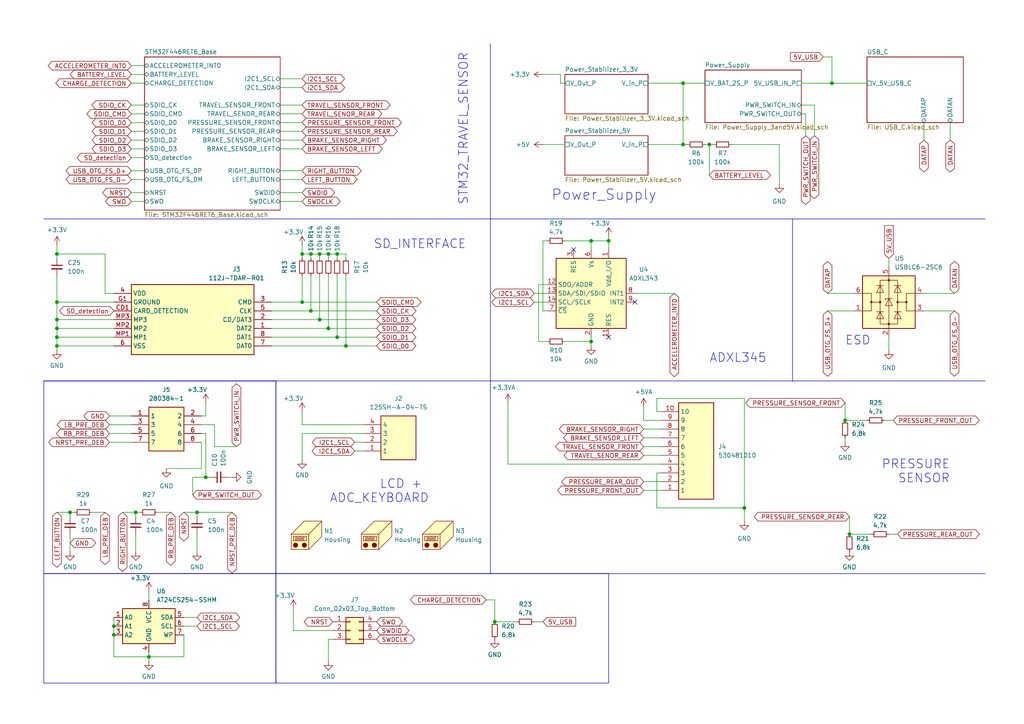
<source format=kicad_sch>
(kicad_sch (version 20230121) (generator eeschema)
  (paper "A4")
  (title_block (title "Suspension Telemetry") (date "2023-10-01") (rev "v1.0") (company "Patryk Grzywnowicz"))
  (lib_symbols
    (symbol "112J-TDAR-R01:112J-TDAR-R01"
      (property "Reference" "J" (at 16.51 7.62 0))
      (property "Value" "112J-TDAR-R01" (at 16.51 5.08 0))
      (symbol "112J-TDAR-R01_1_1"
        (pin passive line (at 12.7 -10.16 0) (length 5.08) (name "DAT2") (number "1"))
        (pin passive line (at 12.7 -7.62 0) (length 5.08) (name "CD/DAT3") (number "2"))
        (pin passive line (at 12.7 -2.54 0) (length 5.08) (name "CMD") (number "3"))
        (pin passive line (at 58.42 0 180) (length 5.08) (name "VDD") (number "4"))
        (pin passive line (at 12.7 -5.08 0) (length 5.08) (name "CLK") (number "5"))
        (pin passive line (at 58.42 -15.24 180) (length 5.08) (name "VSS") (number "6"))
        (pin passive line (at 12.7 -15.24 0) (length 5.08) (name "DAT0") (number "7"))
        (pin passive line (at 12.7 -12.7 0) (length 5.08) (name "DAT1") (number "8"))
        (pin passive line (at 58.42 -5.08 180) (length 5.08) (name "CARD_DETECTION") (number "CD1"))
        (pin passive line (at 58.42 -2.54 180) (length 5.08) (name "GROUND") (number "G1"))
        (pin passive line (at 58.42 -12.7 180) (length 5.08) (name "MP1") (number "MP1"))
        (pin passive line (at 58.42 -10.16 180) (length 5.08) (name "MP2") (number "MP2"))
        (pin passive line (at 58.42 -7.62 180) (length 5.08) (name "MP3") (number "MP3"))
      )
    )
    (symbol "BUTTON_CONN:280384-1"
      (property "Reference" "J" (at 16.51 7.62 0))
      (property "Value" "280384-1" (at 16.51 5.08 0))
      (symbol "280384-1_1_1"
        (pin passive line (at 0 0 0) (length 5.08) (name "1") (number "1"))
        (pin passive line (at 20.32 0 180) (length 5.08) (name "2") (number "2"))
        (pin passive line (at 0 -2.54 0) (length 5.08) (name "3") (number "3"))
        (pin passive line (at 20.32 -2.54 180) (length 5.08) (name "4") (number "4"))
        (pin passive line (at 0 -5.08 0) (length 5.08) (name "5") (number "5"))
        (pin passive line (at 20.32 -5.08 180) (length 5.08) (name "6") (number "6"))
        (pin passive line (at 0 -7.62 0) (length 5.08) (name "7") (number "7"))
        (pin passive line (at 20.32 -7.62 180) (length 5.08) (name "8") (number "8"))
      )
    )
    (symbol "Connector_Generic:Conn_02x03_Top_Bottom" (pin_names (offset 1.016) hide)
      (property "Reference" "J" (at 1.27 5.08 0))
      (property "Value" "Conn_02x03_Top_Bottom" (at 1.27 -5.08 0))
      (symbol "Conn_02x03_Top_Bottom_1_1"
        (pin passive line (at -5.08 2.54 0) (length 3.81) (name "Pin_1") (number "1"))
        (pin passive line (at -5.08 0 0) (length 3.81) (name "Pin_2") (number "2"))
        (pin passive line (at -5.08 -2.54 0) (length 3.81) (name "Pin_3") (number "3"))
        (pin passive line (at 7.62 2.54 180) (length 3.81) (name "Pin_4") (number "4"))
        (pin passive line (at 7.62 0 180) (length 3.81) (name "Pin_5") (number "5"))
        (pin passive line (at 7.62 -2.54 180) (length 3.81) (name "Pin_6") (number "6"))
      )
    )
    (symbol "Device:C_Small" (pin_numbers hide) (pin_names (offset 0.254) hide)
      (property "Reference" "C" (at 0.254 1.778 0))
      (property "Value" "C_Small" (at 0.254 -2.032 0))
      (symbol "C_Small_1_1"
        (pin passive line (at 0 2.54 270) (length 2.032) (name "~") (number "1"))
        (pin passive line (at 0 -2.54 90) (length 2.032) (name "~") (number "2"))
      )
    )
    (symbol "Device:R_Small" (pin_numbers hide) (pin_names (offset 0.254) hide)
      (property "Reference" "R" (at 0.762 0.508 0))
      (property "Value" "R_Small" (at 0.762 -1.016 0))
      (symbol "R_Small_1_1"
        (pin passive line (at 0 2.54 270) (length 0.762) (name "~") (number "1"))
        (pin passive line (at 0 -2.54 90) (length 0.762) (name "~") (number "2"))
      )
    )
    (symbol "MOLEX_10_pin:530481010"
      (property "Reference" "J" (at 16.51 7.62 0))
      (property "Value" "530481010" (at 16.51 5.08 0))
      (symbol "530481010_1_1"
        (pin passive line (at 0 -22.86 0) (length 5.08) (name "1") (number "1"))
        (pin passive line (at 0 0 0) (length 5.08) (name "10") (number "10"))
        (pin passive line (at 0 -20.32 0) (length 5.08) (name "2") (number "2"))
        (pin passive line (at 0 -17.78 0) (length 5.08) (name "3") (number "3"))
        (pin passive line (at 0 -15.24 0) (length 5.08) (name "4") (number "4"))
        (pin passive line (at 0 -12.7 0) (length 5.08) (name "5") (number "5"))
        (pin passive line (at 0 -10.16 0) (length 5.08) (name "6") (number "6"))
        (pin passive line (at 0 -7.62 0) (length 5.08) (name "7") (number "7"))
        (pin passive line (at 0 -5.08 0) (length 5.08) (name "8") (number "8"))
        (pin passive line (at 0 -2.54 0) (length 5.08) (name "9") (number "9"))
      )
    )
    (symbol "MOLEX_4:125SH-A-04-TS"
      (property "Reference" "J" (at 16.51 7.62 0))
      (property "Value" "125SH-A-04-TS" (at 16.51 5.08 0))
      (symbol "125SH-A-04-TS_1_1"
        (pin passive line (at 0 0 0) (length 5.08) (name "1") (number "1"))
        (pin passive line (at 0 -2.54 0) (length 5.08) (name "2") (number "2"))
        (pin passive line (at 0 -5.08 0) (length 5.08) (name "3") (number "3"))
        (pin passive line (at 0 -7.62 0) (length 5.08) (name "4") (number "4"))
      )
    )
    (symbol "Mechanical:Housing" (pin_names (offset 1.016))
      (property "Reference" "N" (at 3.81 0 0))
      (property "Value" "Housing" (at 3.81 -1.905 0))
    )
    (symbol "Memory_EEPROM:AT24CS64-SSHM"
      (property "Reference" "U" (at -7.62 6.35 0))
      (property "Value" "AT24CS64-SSHM" (at 2.54 -6.35 0))
      (symbol "AT24CS64-SSHM_1_1"
        (pin input line (at -10.16 2.54 0) (length 2.54) (name "A0") (number "1"))
        (pin input line (at -10.16 0 0) (length 2.54) (name "A1") (number "2"))
        (pin input line (at -10.16 -2.54 0) (length 2.54) (name "A2") (number "3"))
        (pin power_in line (at 0 -7.62 90) (length 2.54) (name "GND") (number "4"))
        (pin bidirectional line (at 10.16 2.54 180) (length 2.54) (name "SDA") (number "5"))
        (pin input line (at 10.16 0 180) (length 2.54) (name "SCL") (number "6"))
        (pin input line (at 10.16 -2.54 180) (length 2.54) (name "WP") (number "7"))
        (pin power_in line (at 0 7.62 270) (length 2.54) (name "VCC") (number "8"))
      )
    )
    (symbol "Power_Protection:USBLC6-2SC6" (pin_names hide)
      (property "Reference" "U" (at 2.54 8.89 0))
      (property "Value" "USBLC6-2SC6" (at 2.54 -8.89 0))
      (symbol "USBLC6-2SC6_1_1"
        (pin passive line (at -10.16 -2.54 0) (length 2.54) (name "I/O1") (number "1"))
        (pin passive line (at 0 -10.16 90) (length 2.54) (name "GND") (number "2"))
        (pin passive line (at 10.16 -2.54 180) (length 2.54) (name "I/O2") (number "3"))
        (pin passive line (at 10.16 2.54 180) (length 2.54) (name "I/O2") (number "4"))
        (pin passive line (at 0 10.16 270) (length 2.54) (name "VBUS") (number "5"))
        (pin passive line (at -10.16 2.54 0) (length 2.54) (name "I/O1") (number "6"))
      )
    )
    (symbol "Sensor_Motion:ADXL343"
      (property "Reference" "U" (at -8.89 11.43 0))
      (property "Value" "ADXL343" (at -7.62 -11.43 0))
      (symbol "ADXL343_1_1"
        (pin power_in line (at 5.08 12.7 270) (length 2.54) (name "Vdd_I/O") (number "1"))
        (pin no_connect line (at -5.08 -10.16 90) (length 2.54) hide (name "NC") (number "10"))
        (pin passive line (at 5.08 -12.7 90) (length 2.54) (name "RES") (number "11"))
        (pin bidirectional line (at -12.7 2.54 0) (length 2.54) (name "SDO/ADDR") (number "12"))
        (pin bidirectional line (at -12.7 0 0) (length 2.54) (name "SDA/SDI/SDIO") (number "13"))
        (pin input line (at -12.7 -2.54 0) (length 2.54) (name "SCL/SCLK") (number "14"))
        (pin power_in line (at 0 -12.7 90) (length 2.54) (name "GND") (number "2"))
        (pin passive line (at -5.08 12.7 270) (length 2.54) (name "RES") (number "3"))
        (pin passive line (at 0 -12.7 90) (length 2.54) hide (name "GND") (number "4"))
        (pin passive line (at 0 -12.7 90) (length 2.54) hide (name "GND") (number "5"))
        (pin power_in line (at 0 12.7 270) (length 2.54) (name "Vs") (number "6"))
        (pin input line (at -12.7 -5.08 0) (length 2.54) (name "~{CS}") (number "7"))
        (pin output line (at 12.7 0 180) (length 2.54) (name "INT1") (number "8"))
        (pin output line (at 12.7 -2.54 180) (length 2.54) (name "INT2") (number "9"))
      )
    )
    (symbol "power:+3.3V" (power) (pin_names (offset 0))
      (property "Value" "+3.3V" (at 0 3.556 0))
      (symbol "+3.3V_1_1"
        (pin power_in line (at 0 0 90) (length 0) hide (name "+3.3V") (number "1"))
      )
    )
    (symbol "power:+3.3VA" (power) (pin_names (offset 0))
      (property "Value" "+3.3VA" (at 0 3.556 0))
      (symbol "+3.3VA_1_1"
        (pin power_in line (at 0 0 90) (length 0) hide (name "+3.3VA") (number "1"))
      )
    )
    (symbol "power:+5V" (power) (pin_names (offset 0))
      (property "Value" "+5V" (at 0 3.556 0))
      (symbol "+5V_1_1"
        (pin power_in line (at 0 0 90) (length 0) hide (name "+5V") (number "1"))
      )
    )
    (symbol "power:+5VA" (power) (pin_names (offset 0))
      (property "Value" "+5VA" (at 0 3.556 0))
      (symbol "+5VA_1_1"
        (pin power_in line (at 0 0 90) (length 0) hide (name "+5VA") (number "1"))
      )
    )
    (symbol "power:GND" (power) (pin_names (offset 0))
      (property "Value" "GND" (at 0 -3.81 0))
      (symbol "GND_1_1"
        (pin power_in line (at 0 0 270) (length 0) hide (name "GND") (number "1"))
      )
    )
  )
  (junction (at 246.38 154.94))
  (junction (at 57.15 148.59))
  (junction (at 92.71 92.71))
  (junction (at 92.71 73.66))
  (junction (at 59.69 138.43))
  (junction (at 97.79 73.66))
  (junction (at 16.51 100.33))
  (junction (at 16.51 97.79))
  (junction (at 176.53 69.85))
  (junction (at 171.45 69.85))
  (junction (at 16.51 92.71))
  (junction (at 143.51 180.34))
  (junction (at 43.18 190.5))
  (junction (at 90.17 90.17))
  (junction (at 20.32 148.59))
  (junction (at 205.74 41.91))
  (junction (at 39.37 148.59))
  (junction (at 87.63 73.66))
  (junction (at 33.02 181.61))
  (junction (at 87.63 87.63))
  (junction (at 90.17 73.66))
  (junction (at 171.45 99.06))
  (junction (at 215.9 147.32))
  (junction (at 245.11 121.92))
  (junction (at 198.12 41.91))
  (junction (at 33.02 184.15))
  (junction (at 16.51 73.66))
  (junction (at 95.25 73.66))
  (junction (at 16.51 95.25))
  (junction (at 100.33 100.33))
  (junction (at 241.3 24.13))
  (junction (at 97.79 97.79))
  (junction (at 95.25 95.25))
  (junction (at 198.12 24.13))
  (junction (at 16.51 87.63))
  (no_connect (at 184.15 87.63))
  (no_connect (at 176.53 97.79))
  (no_connect (at 166.37 72.39))
  (wire (pts (xy 30.48 73.66) (xy 30.48 85.09)))
  (wire (pts (xy 59.69 138.43) (xy 60.96 138.43)))
  (wire (pts (xy 215.9 115.57) (xy 190.5 115.57)))
  (wire (pts (xy 38.1 58.42) (xy 41.91 58.42)))
  (wire (pts (xy 26.67 148.59) (xy 30.48 148.59)))
  (wire (pts (xy 143.51 173.99) (xy 140.97 173.99)))
  (wire (pts (xy 176.53 68.58) (xy 176.53 69.85)))
  (wire (pts (xy 186.69 127) (xy 191.77 127)))
  (wire (pts (xy 100.33 73.66) (xy 100.33 74.93)))
  (wire (pts (xy 16.51 87.63) (xy 33.02 87.63)))
  (wire (pts (xy 31.75 125.73) (xy 38.1 125.73)))
  (wire (pts (xy 33.02 179.07) (xy 33.02 181.61)))
  (wire (pts (xy 30.48 85.09) (xy 33.02 85.09)))
  (wire (pts (xy 186.69 129.54) (xy 191.77 129.54)))
  (wire (pts (xy 38.1 40.64) (xy 41.91 40.64)))
  (wire (pts (xy 256.54 121.92) (xy 259.08 121.92)))
  (wire (pts (xy 154.94 87.63) (xy 158.75 87.63)))
  (wire (pts (xy 105.41 123.19) (xy 87.63 123.19)))
  (wire (pts (xy 215.9 147.32) (xy 190.5 147.32)))
  (wire (pts (xy 257.81 74.93) (xy 257.81 77.47)))
  (wire (pts (xy 198.12 41.91) (xy 199.39 41.91)))
  (polyline (pts (xy 142.24 63.5) (xy 285.75 63.5)))
  (wire (pts (xy 232.41 33.02) (xy 233.68 33.02)))
  (wire (pts (xy 187.96 41.91) (xy 198.12 41.91)))
  (wire (pts (xy 143.51 180.34) (xy 149.86 180.34)))
  (wire (pts (xy 33.02 184.15) (xy 33.02 190.5)))
  (wire (pts (xy 87.63 87.63) (xy 87.63 80.01)))
  (wire (pts (xy 78.74 87.63) (xy 87.63 87.63)))
  (wire (pts (xy 87.63 125.73) (xy 87.63 133.35)))
  (wire (pts (xy 53.34 181.61) (xy 57.15 181.61)))
  (wire (pts (xy 38.1 38.1) (xy 41.91 38.1)))
  (wire (pts (xy 39.37 148.59) (xy 39.37 149.86)))
  (polyline (pts (xy 229.87 110.49) (xy 229.87 63.5)))
  (wire (pts (xy 171.45 99.06) (xy 171.45 100.33)))
  (wire (pts (xy 78.74 95.25) (xy 95.25 95.25)))
  (wire (pts (xy 204.47 41.91) (xy 205.74 41.91)))
  (wire (pts (xy 81.28 33.02) (xy 87.63 33.02)))
  (wire (pts (xy 198.12 24.13) (xy 187.96 24.13)))
  (wire (pts (xy 176.53 72.39) (xy 176.53 69.85)))
  (wire (pts (xy 95.25 73.66) (xy 95.25 74.93)))
  (wire (pts (xy 31.75 123.19) (xy 38.1 123.19)))
  (wire (pts (xy 55.88 143.51) (xy 55.88 138.43)))
  (wire (pts (xy 241.3 16.51) (xy 241.3 24.13)))
  (wire (pts (xy 236.22 30.48) (xy 236.22 39.37)))
  (wire (pts (xy 57.15 148.59) (xy 67.31 148.59)))
  (wire (pts (xy 186.69 121.92) (xy 191.77 121.92)))
  (wire (pts (xy 171.45 97.79) (xy 171.45 99.06)))
  (wire (pts (xy 246.38 149.86) (xy 246.38 154.94)))
  (wire (pts (xy 35.56 148.59) (xy 39.37 148.59)))
  (wire (pts (xy 186.69 142.24) (xy 191.77 142.24)))
  (wire (pts (xy 92.71 73.66) (xy 95.25 73.66)))
  (wire (pts (xy 205.74 41.91) (xy 205.74 50.8)))
  (wire (pts (xy 100.33 80.01) (xy 100.33 100.33)))
  (wire (pts (xy 95.25 95.25) (xy 95.25 80.01)))
  (wire (pts (xy 57.15 154.94) (xy 57.15 160.02)))
  (wire (pts (xy 176.53 69.85) (xy 171.45 69.85)))
  (wire (pts (xy 198.12 41.91) (xy 198.12 24.13)))
  (wire (pts (xy 55.88 138.43) (xy 59.69 138.43)))
  (wire (pts (xy 59.69 125.73) (xy 58.42 125.73)))
  (wire (pts (xy 16.51 100.33) (xy 16.51 101.6)))
  (wire (pts (xy 241.3 24.13) (xy 251.46 24.13)))
  (polyline (pts (xy 198.12 110.49) (xy 229.87 110.49)))
  (wire (pts (xy 190.5 137.16) (xy 191.77 137.16)))
  (wire (pts (xy 147.32 116.84) (xy 147.32 134.62)))
  (wire (pts (xy 16.51 92.71) (xy 16.51 95.25)))
  (wire (pts (xy 95.25 191.77) (xy 95.25 185.42)))
  (polyline (pts (xy 80.01 166.37) (xy 80.01 110.49)))
  (wire (pts (xy 154.94 85.09) (xy 158.75 85.09)))
  (wire (pts (xy 59.69 116.84) (xy 59.69 120.65)))
  (wire (pts (xy 38.1 35.56) (xy 41.91 35.56)))
  (wire (pts (xy 240.03 90.17) (xy 247.65 90.17)))
  (wire (pts (xy 81.28 25.4) (xy 87.63 25.4)))
  (wire (pts (xy 16.51 80.01) (xy 16.51 87.63)))
  (wire (pts (xy 171.45 69.85) (xy 171.45 72.39)))
  (wire (pts (xy 92.71 73.66) (xy 92.71 74.93)))
  (wire (pts (xy 16.51 148.59) (xy 20.32 148.59)))
  (wire (pts (xy 38.1 24.13) (xy 41.91 24.13)))
  (wire (pts (xy 90.17 90.17) (xy 90.17 80.01)))
  (wire (pts (xy 81.28 35.56) (xy 87.63 35.56)))
  (wire (pts (xy 215.9 147.32) (xy 215.9 115.57)))
  (wire (pts (xy 78.74 90.17) (xy 90.17 90.17)))
  (wire (pts (xy 156.21 82.55) (xy 156.21 99.06)))
  (wire (pts (xy 85.09 182.88) (xy 96.52 182.88)))
  (wire (pts (xy 245.11 116.84) (xy 245.11 121.92)))
  (wire (pts (xy 92.71 92.71) (xy 109.22 92.71)))
  (wire (pts (xy 157.48 69.85) (xy 158.75 69.85)))
  (wire (pts (xy 39.37 154.94) (xy 39.37 160.02)))
  (wire (pts (xy 16.51 73.66) (xy 16.51 74.93)))
  (wire (pts (xy 245.11 121.92) (xy 251.46 121.92)))
  (wire (pts (xy 238.76 16.51) (xy 241.3 16.51)))
  (wire (pts (xy 38.1 55.88) (xy 41.91 55.88)))
  (wire (pts (xy 276.86 90.17) (xy 267.97 90.17)))
  (wire (pts (xy 33.02 181.61) (xy 33.02 184.15)))
  (wire (pts (xy 90.17 73.66) (xy 92.71 73.66)))
  (wire (pts (xy 157.48 69.85) (xy 157.48 90.17)))
  (wire (pts (xy 57.15 148.59) (xy 57.15 149.86)))
  (wire (pts (xy 92.71 92.71) (xy 92.71 80.01)))
  (wire (pts (xy 184.15 85.09) (xy 195.58 85.09)))
  (wire (pts (xy 38.1 30.48) (xy 41.91 30.48)))
  (polyline (pts (xy 198.12 166.37) (xy 285.75 166.37)))
  (wire (pts (xy 158.75 90.17) (xy 157.48 90.17)))
  (wire (pts (xy 232.41 30.48) (xy 236.22 30.48)))
  (wire (pts (xy 16.51 87.63) (xy 16.51 92.71)))
  (wire (pts (xy 43.18 171.45) (xy 43.18 173.99)))
  (wire (pts (xy 20.32 148.59) (xy 20.32 149.86)))
  (wire (pts (xy 81.28 55.88) (xy 87.63 55.88)))
  (wire (pts (xy 81.28 30.48) (xy 87.63 30.48)))
  (wire (pts (xy 16.51 71.12) (xy 16.51 73.66)))
  (wire (pts (xy 157.48 21.59) (xy 162.56 21.59)))
  (wire (pts (xy 90.17 90.17) (xy 109.22 90.17)))
  (wire (pts (xy 190.5 147.32) (xy 190.5 137.16)))
  (wire (pts (xy 95.25 73.66) (xy 97.79 73.66)))
  (wire (pts (xy 157.48 41.91) (xy 163.83 41.91)))
  (wire (pts (xy 48.26 135.89) (xy 58.42 135.89)))
  (wire (pts (xy 143.51 180.34) (xy 143.51 173.99)))
  (wire (pts (xy 163.83 99.06) (xy 171.45 99.06)))
  (wire (pts (xy 85.09 176.53) (xy 85.09 182.88)))
  (wire (pts (xy 87.63 73.66) (xy 90.17 73.66)))
  (wire (pts (xy 97.79 97.79) (xy 109.22 97.79)))
  (polyline (pts (xy 12.7 63.5) (xy 142.24 63.5)))
  (wire (pts (xy 163.83 69.85) (xy 171.45 69.85)))
  (wire (pts (xy 97.79 97.79) (xy 97.79 80.01)))
  (wire (pts (xy 246.38 154.94) (xy 252.73 154.94)))
  (wire (pts (xy 81.28 43.18) (xy 87.63 43.18)))
  (wire (pts (xy 53.34 190.5) (xy 43.18 190.5)))
  (wire (pts (xy 186.69 139.7) (xy 191.77 139.7)))
  (wire (pts (xy 190.5 115.57) (xy 190.5 119.38)))
  (wire (pts (xy 16.51 97.79) (xy 16.51 100.33)))
  (polyline (pts (xy 229.87 110.49) (xy 285.75 110.49)))
  (wire (pts (xy 275.59 35.56) (xy 275.59 40.64)))
  (wire (pts (xy 154.94 180.34) (xy 157.48 180.34)))
  (wire (pts (xy 102.87 128.27) (xy 105.41 128.27)))
  (wire (pts (xy 16.51 95.25) (xy 33.02 95.25)))
  (wire (pts (xy 62.23 129.54) (xy 62.23 123.19)))
  (wire (pts (xy 81.28 58.42) (xy 87.63 58.42)))
  (wire (pts (xy 87.63 71.12) (xy 87.63 73.66)))
  (wire (pts (xy 97.79 73.66) (xy 97.79 74.93)))
  (wire (pts (xy 204.47 24.13) (xy 198.12 24.13)))
  (wire (pts (xy 21.59 148.59) (xy 20.32 148.59)))
  (wire (pts (xy 147.32 134.62) (xy 191.77 134.62)))
  (wire (pts (xy 162.56 24.13) (xy 163.83 24.13)))
  (wire (pts (xy 186.69 124.46) (xy 191.77 124.46)))
  (wire (pts (xy 43.18 189.23) (xy 43.18 190.5)))
  (wire (pts (xy 109.22 100.33) (xy 100.33 100.33)))
  (wire (pts (xy 226.06 41.91) (xy 226.06 53.34)))
  (wire (pts (xy 87.63 123.19) (xy 87.63 119.38)))
  (wire (pts (xy 68.58 129.54) (xy 62.23 129.54)))
  (wire (pts (xy 81.28 38.1) (xy 87.63 38.1)))
  (wire (pts (xy 186.69 132.08) (xy 191.77 132.08)))
  (wire (pts (xy 87.63 73.66) (xy 87.63 74.93)))
  (wire (pts (xy 90.17 73.66) (xy 90.17 74.93)))
  (wire (pts (xy 38.1 33.02) (xy 41.91 33.02)))
  (polyline (pts (xy 142.24 166.37) (xy 80.01 166.37)))
  (polyline (pts (xy 12.7 110.49) (xy 142.24 110.49)))
  (wire (pts (xy 95.25 95.25) (xy 109.22 95.25)))
  (wire (pts (xy 58.42 135.89) (xy 58.42 128.27)))
  (wire (pts (xy 38.1 19.05) (xy 41.91 19.05)))
  (wire (pts (xy 232.41 24.13) (xy 241.3 24.13)))
  (wire (pts (xy 102.87 130.81) (xy 105.41 130.81)))
  (wire (pts (xy 31.75 120.65) (xy 38.1 120.65)))
  (wire (pts (xy 226.06 41.91) (xy 212.09 41.91)))
  (wire (pts (xy 87.63 87.63) (xy 109.22 87.63)))
  (wire (pts (xy 205.74 41.91) (xy 207.01 41.91)))
  (wire (pts (xy 97.79 73.66) (xy 100.33 73.66)))
  (wire (pts (xy 53.34 179.07) (xy 57.15 179.07)))
  (wire (pts (xy 81.28 49.53) (xy 87.63 49.53)))
  (wire (pts (xy 95.25 185.42) (xy 96.52 185.42)))
  (polyline (pts (xy 142.24 12.7) (xy 142.24 63.5)))
  (wire (pts (xy 53.34 184.15) (xy 53.34 190.5)))
  (wire (pts (xy 20.32 154.94) (xy 20.32 160.02)))
  (wire (pts (xy 215.9 151.13) (xy 215.9 147.32)))
  (polyline (pts (xy 142.24 110.49) (xy 142.24 166.37)))
  (wire (pts (xy 38.1 43.18) (xy 41.91 43.18)))
  (wire (pts (xy 33.02 190.5) (xy 43.18 190.5)))
  (wire (pts (xy 16.51 100.33) (xy 33.02 100.33)))
  (polyline (pts (xy 142.24 110.49) (xy 198.12 110.49)))
  (wire (pts (xy 59.69 120.65) (xy 58.42 120.65)))
  (wire (pts (xy 67.31 138.43) (xy 66.04 138.43)))
  (wire (pts (xy 190.5 119.38) (xy 191.77 119.38)))
  (wire (pts (xy 38.1 52.07) (xy 41.91 52.07)))
  (wire (pts (xy 267.97 35.56) (xy 267.97 40.64)))
  (wire (pts (xy 62.23 123.19) (xy 58.42 123.19)))
  (wire (pts (xy 233.68 33.02) (xy 233.68 39.37)))
  (polyline (pts (xy 142.24 63.5) (xy 142.24 110.49)))
  (wire (pts (xy 240.03 85.09) (xy 247.65 85.09)))
  (wire (pts (xy 245.11 127) (xy 245.11 128.27)))
  (wire (pts (xy 276.86 85.09) (xy 267.97 85.09)))
  (wire (pts (xy 38.1 45.72) (xy 41.91 45.72)))
  (wire (pts (xy 31.75 128.27) (xy 38.1 128.27)))
  (wire (pts (xy 78.74 100.33) (xy 100.33 100.33)))
  (wire (pts (xy 16.51 97.79) (xy 33.02 97.79)))
  (wire (pts (xy 81.28 40.64) (xy 87.63 40.64)))
  (wire (pts (xy 81.28 52.07) (xy 87.63 52.07)))
  (wire (pts (xy 16.51 95.25) (xy 16.51 97.79)))
  (wire (pts (xy 186.69 118.11) (xy 186.69 121.92)))
  (wire (pts (xy 43.18 190.5) (xy 43.18 191.77)))
  (wire (pts (xy 257.81 97.79) (xy 257.81 101.6)))
  (wire (pts (xy 38.1 49.53) (xy 41.91 49.53)))
  (wire (pts (xy 162.56 24.13) (xy 162.56 21.59)))
  (wire (pts (xy 78.74 97.79) (xy 97.79 97.79)))
  (wire (pts (xy 105.41 125.73) (xy 87.63 125.73)))
  (wire (pts (xy 38.1 21.59) (xy 41.91 21.59)))
  (wire (pts (xy 53.34 148.59) (xy 57.15 148.59)))
  (wire (pts (xy 40.64 148.59) (xy 39.37 148.59)))
  (wire (pts (xy 16.51 92.71) (xy 33.02 92.71)))
  (wire (pts (xy 257.81 154.94) (xy 260.35 154.94)))
  (wire (pts (xy 78.74 92.71) (xy 92.71 92.71)))
  (wire (pts (xy 81.28 22.86) (xy 87.63 22.86)))
  (wire (pts (xy 16.51 73.66) (xy 30.48 73.66)))
  (wire (pts (xy 59.69 125.73) (xy 59.69 138.43)))
  (wire (pts (xy 158.75 82.55) (xy 156.21 82.55)))
  (wire (pts (xy 45.72 148.59) (xy 49.53 148.59)))
  (wire (pts (xy 156.21 99.06) (xy 158.75 99.06)))
  (polyline (pts (xy 142.24 166.37) (xy 198.12 166.37)))
  (rectangle (start 80.01 166.37) (end 176.53 198.12))
  (rectangle (start 12.7 110.49) (end 80.01 166.37))
  (rectangle (start 12.7 166.37) (end 80.01 198.12))
  (text "LCD + \nADC_KEYBOARD" (at 124.46 146.05 0) (effects (font (size 2.54 2.54)) (justify right bottom)))
  (text "PRESSURE\nSENSOR" (at 275.59 140.335 0) (effects (font (size 2.54 2.54)) (justify right bottom)))
  (text "ADXL345" (at 205.74 105.41 0) (effects (font (size 2.54 2.54)) (justify left bottom)))
  (text "STM32_TRAVEL_SENSOR\n" (at 135.89 15.24 90) (effects (font (size 2.54 2.54)) (justify right bottom)))
  (text "ESD" (at 245.11 100.33 0) (effects (font (size 2.54 2.54)) (justify left bottom)))
  (text "Power_Supply" (at 190.5 58.42 0) (effects (font (size 3 3)) (justify right bottom)))
  (text "SD_INTERFACE" (at 135.255 72.39 0) (effects (font (size 2.54 2.54)) (justify right bottom)))
  (global_label "RIGHT_BUTTON" (shape bidirectional) (at 87.63 49.53 0) (property "Intersheetrefs" "${INTERSHEET_REFS}" (effects hide)))
  (global_label "SWDIO" (shape bidirectional) (at 109.22 182.88 0) (property "Intersheetrefs" "${INTERSHEET_REFS}" (effects hide)))
  (global_label "LB_PRE_DEB" (shape bidirectional) (at 31.75 123.19 180) (property "Intersheetrefs" "${INTERSHEET_REFS}" (effects hide)))
  (global_label "SDIO_CMD" (shape bidirectional) (at 38.1 33.02 180) (property "Intersheetrefs" "${INTERSHEET_REFS}" (effects hide)))
  (global_label "SWDCLK" (shape bidirectional) (at 109.22 185.42 0) (property "Intersheetrefs" "${INTERSHEET_REFS}" (effects hide)))
  (global_label "SDIO_D2" (shape bidirectional) (at 38.1 40.64 180) (property "Intersheetrefs" "${INTERSHEET_REFS}" (effects hide)))
  (global_label "5V_USB" (shape input) (at 238.76 16.51 180) (property "Intersheetrefs" "${INTERSHEET_REFS}" (effects hide)))
  (global_label "PRESSURE_SENSOR_FRONT" (shape bidirectional) (at 245.11 116.84 180) (property "Intersheetrefs" "${INTERSHEET_REFS}" (effects hide)))
  (global_label "TRAVEL_SENOR_REAR" (shape bidirectional) (at 186.69 132.08 180) (property "Intersheetrefs" "${INTERSHEET_REFS}" (effects hide)))
  (global_label "LEFT_BUTTON" (shape bidirectional) (at 16.51 148.59 270) (property "Intersheetrefs" "${INTERSHEET_REFS}" (effects hide)))
  (global_label "I2C1_SDA" (shape bidirectional) (at 102.87 130.81 180) (property "Intersheetrefs" "${INTERSHEET_REFS}" (effects hide)))
  (global_label "SDIO_D1" (shape bidirectional) (at 38.1 38.1 180) (property "Intersheetrefs" "${INTERSHEET_REFS}" (effects hide)))
  (global_label "I2C1_SDA" (shape bidirectional) (at 57.15 179.07 0) (property "Intersheetrefs" "${INTERSHEET_REFS}" (effects hide)))
  (global_label "PRESSURE_FRONT_OUT" (shape bidirectional) (at 259.08 121.92 0) (property "Intersheetrefs" "${INTERSHEET_REFS}" (effects hide)))
  (global_label "USB_OTG_FS_D+" (shape bidirectional) (at 38.1 49.53 180) (property "Intersheetrefs" "${INTERSHEET_REFS}" (effects hide)))
  (global_label "5V_USB" (shape input) (at 257.81 74.93 90) (property "Intersheetrefs" "${INTERSHEET_REFS}" (effects hide)))
  (global_label "RIGHT_BUTTON" (shape bidirectional) (at 35.56 148.59 270) (property "Intersheetrefs" "${INTERSHEET_REFS}" (effects hide)))
  (global_label "PWR_SWITCH_OUT" (shape bidirectional) (at 233.68 39.37 270) (property "Intersheetrefs" "${INTERSHEET_REFS}" (effects hide)))
  (global_label "SDIO_D0" (shape bidirectional) (at 38.1 35.56 180) (property "Intersheetrefs" "${INTERSHEET_REFS}" (effects hide)))
  (global_label "PRESSURE_FRONT_OUT" (shape bidirectional) (at 186.69 142.24 180) (property "Intersheetrefs" "${INTERSHEET_REFS}" (effects hide)))
  (global_label "5V_USB" (shape input) (at 157.48 180.34 0) (property "Intersheetrefs" "${INTERSHEET_REFS}" (effects hide)))
  (global_label "GND" (shape bidirectional) (at 31.75 120.65 180) (property "Intersheetrefs" "${INTERSHEET_REFS}" (effects hide)))
  (global_label "RB_PRE_DEB" (shape bidirectional) (at 49.53 148.59 270) (property "Intersheetrefs" "${INTERSHEET_REFS}" (effects hide)))
  (global_label "SDIO_D0" (shape bidirectional) (at 109.22 100.33 0) (property "Intersheetrefs" "${INTERSHEET_REFS}" (effects hide)))
  (global_label "SWO" (shape bidirectional) (at 109.22 180.34 0) (property "Intersheetrefs" "${INTERSHEET_REFS}" (effects hide)))
  (global_label "PWR_SWITCH_IN" (shape bidirectional) (at 236.22 39.37 270) (property "Intersheetrefs" "${INTERSHEET_REFS}" (effects hide)))
  (global_label "PRESSURE_REAR_OUT" (shape bidirectional) (at 186.69 139.7 180) (property "Intersheetrefs" "${INTERSHEET_REFS}" (effects hide)))
  (global_label "NRST_PRE_DEB" (shape bidirectional) (at 31.75 128.27 180) (property "Intersheetrefs" "${INTERSHEET_REFS}" (effects hide)))
  (global_label "LEFT_BUTTON" (shape bidirectional) (at 87.63 52.07 0) (property "Intersheetrefs" "${INTERSHEET_REFS}" (effects hide)))
  (global_label "NRST" (shape bidirectional) (at 38.1 55.88 180) (property "Intersheetrefs" "${INTERSHEET_REFS}" (effects hide)))
  (global_label "BRAKE_SENSOR_LEFT" (shape bidirectional) (at 87.63 43.18 0) (property "Intersheetrefs" "${INTERSHEET_REFS}" (effects hide)))
  (global_label "PRESSURE_SENSOR_FRONT" (shape bidirectional) (at 87.63 35.56 0) (property "Intersheetrefs" "${INTERSHEET_REFS}" (effects hide)))
  (global_label "I2C1_SCL" (shape bidirectional) (at 102.87 128.27 180) (property "Intersheetrefs" "${INTERSHEET_REFS}" (effects hide)))
  (global_label "I2C1_SDA" (shape bidirectional) (at 154.94 85.09 180) (property "Intersheetrefs" "${INTERSHEET_REFS}" (effects hide)))
  (global_label "I2C1_SCL" (shape bidirectional) (at 87.63 22.86 0) (property "Intersheetrefs" "${INTERSHEET_REFS}" (effects hide)))
  (global_label "BRAKE_SENSOR_LEFT" (shape bidirectional) (at 186.69 127 180) (property "Intersheetrefs" "${INTERSHEET_REFS}" (effects hide)))
  (global_label "PRESSURE_SENSOR_REAR" (shape bidirectional) (at 87.63 38.1 0) (property "Intersheetrefs" "${INTERSHEET_REFS}" (effects hide)))
  (global_label "SD_detection" (shape bidirectional) (at 38.1 45.72 180) (property "Intersheetrefs" "${INTERSHEET_REFS}" (effects hide)))
  (global_label "PRESSURE_REAR_OUT" (shape bidirectional) (at 260.35 154.94 0) (property "Intersheetrefs" "${INTERSHEET_REFS}" (effects hide)))
  (global_label "RB_PRE_DEB" (shape bidirectional) (at 31.75 125.73 180) (property "Intersheetrefs" "${INTERSHEET_REFS}" (effects hide)))
  (global_label "TRAVEL_SENSOR_FRONT" (shape bidirectional) (at 186.69 129.54 180) (property "Intersheetrefs" "${INTERSHEET_REFS}" (effects hide)))
  (global_label "SD_detection" (shape bidirectional) (at 33.02 90.17 180) (property "Intersheetrefs" "${INTERSHEET_REFS}" (effects hide)))
  (global_label "NRST_PRE_DEB" (shape bidirectional) (at 67.31 148.59 270) (property "Intersheetrefs" "${INTERSHEET_REFS}" (effects hide)))
  (global_label "CHARGE_DETECTION" (shape bidirectional) (at 38.1 24.13 180) (property "Intersheetrefs" "${INTERSHEET_REFS}" (effects hide)))
  (global_label "SDIO_D1" (shape bidirectional) (at 109.22 97.79 0) (property "Intersheetrefs" "${INTERSHEET_REFS}" (effects hide)))
  (global_label "PWR_SWITCH_IN" (shape bidirectional) (at 68.58 129.54 90) (property "Intersheetrefs" "${INTERSHEET_REFS}" (effects hide)))
  (global_label "ACCELEROMETER_INT0" (shape bidirectional) (at 38.1 19.05 180) (property "Intersheetrefs" "${INTERSHEET_REFS}" (effects hide)))
  (global_label "USB_OTG_FS_D-" (shape bidirectional) (at 276.86 90.17 270) (property "Intersheetrefs" "${INTERSHEET_REFS}" (effects hide)))
  (global_label "ACCELEROMETER_INT0" (shape bidirectional) (at 195.58 85.09 270) (property "Intersheetrefs" "${INTERSHEET_REFS}" (effects hide)))
  (global_label "SDIO_D2" (shape bidirectional) (at 109.22 95.25 0) (property "Intersheetrefs" "${INTERSHEET_REFS}" (effects hide)))
  (global_label "TRAVEL_SENSOR_FRONT" (shape bidirectional) (at 87.63 30.48 0) (property "Intersheetrefs" "${INTERSHEET_REFS}" (effects hide)))
  (global_label "DATAN" (shape bidirectional) (at 276.86 85.09 90) (property "Intersheetrefs" "${INTERSHEET_REFS}" (effects hide)))
  (global_label "TRAVEL_SENOR_REAR" (shape bidirectional) (at 87.63 33.02 0) (property "Intersheetrefs" "${INTERSHEET_REFS}" (effects hide)))
  (global_label "BRAKE_SENSOR_RIGHT" (shape bidirectional) (at 186.69 124.46 180) (property "Intersheetrefs" "${INTERSHEET_REFS}" (effects hide)))
  (global_label "DATAP" (shape bidirectional) (at 240.03 85.09 90) (property "Intersheetrefs" "${INTERSHEET_REFS}" (effects hide)))
  (global_label "NRST" (shape bidirectional) (at 53.34 148.59 270) (property "Intersheetrefs" "${INTERSHEET_REFS}" (effects hide)))
  (global_label "BATTERY_LEVEL" (shape bidirectional) (at 38.1 21.59 180) (property "Intersheetrefs" "${INTERSHEET_REFS}" (effects hide)))
  (global_label "I2C1_SDA" (shape bidirectional) (at 87.63 25.4 0) (property "Intersheetrefs" "${INTERSHEET_REFS}" (effects hide)))
  (global_label "DATAP" (shape bidirectional) (at 267.97 40.64 270) (property "Intersheetrefs" "${INTERSHEET_REFS}" (effects hide)))
  (global_label "SWO" (shape bidirectional) (at 38.1 58.42 180) (property "Intersheetrefs" "${INTERSHEET_REFS}" (effects hide)))
  (global_label "SWDCLK" (shape bidirectional) (at 87.63 58.42 0) (property "Intersheetrefs" "${INTERSHEET_REFS}" (effects hide)))
  (global_label "LB_PRE_DEB" (shape bidirectional) (at 30.48 148.59 270) (property "Intersheetrefs" "${INTERSHEET_REFS}" (effects hide)))
  (global_label "SWDIO" (shape bidirectional) (at 87.63 55.88 0) (property "Intersheetrefs" "${INTERSHEET_REFS}" (effects hide)))
  (global_label "SDIO_CMD" (shape bidirectional) (at 109.22 87.63 0) (property "Intersheetrefs" "${INTERSHEET_REFS}" (effects hide)))
  (global_label "NRST" (shape bidirectional) (at 96.52 180.34 180) (property "Intersheetrefs" "${INTERSHEET_REFS}" (effects hide)))
  (global_label "SDIO_CK" (shape bidirectional) (at 109.22 90.17 0) (property "Intersheetrefs" "${INTERSHEET_REFS}" (effects hide)))
  (global_label "I2C1_SCL" (shape bidirectional) (at 57.15 181.61 0) (property "Intersheetrefs" "${INTERSHEET_REFS}" (effects hide)))
  (global_label "USB_OTG_FS_D+" (shape bidirectional) (at 240.03 90.17 270) (property "Intersheetrefs" "${INTERSHEET_REFS}" (effects hide)))
  (global_label "SDIO_CK" (shape bidirectional) (at 38.1 30.48 180) (property "Intersheetrefs" "${INTERSHEET_REFS}" (effects hide)))
  (global_label "PWR_SWITCH_OUT" (shape bidirectional) (at 55.88 143.51 0) (property "Intersheetrefs" "${INTERSHEET_REFS}" (effects hide)))
  (global_label "PRESSURE_SENSOR_REAR" (shape bidirectional) (at 246.38 149.86 180) (property "Intersheetrefs" "${INTERSHEET_REFS}" (effects hide)))
  (global_label "DATAN" (shape bidirectional) (at 275.59 40.64 270) (property "Intersheetrefs" "${INTERSHEET_REFS}" (effects hide)))
  (global_label "USB_OTG_FS_D-" (shape bidirectional) (at 38.1 52.07 180) (property "Intersheetrefs" "${INTERSHEET_REFS}" (effects hide)))
  (global_label "SDIO_D3" (shape bidirectional) (at 38.1 43.18 180) (property "Intersheetrefs" "${INTERSHEET_REFS}" (effects hide)))
  (global_label "I2C1_SCL" (shape bidirectional) (at 154.94 87.63 180) (property "Intersheetrefs" "${INTERSHEET_REFS}" (effects hide)))
  (global_label "BATTERY_LEVEL" (shape bidirectional) (at 205.74 50.8 0) (property "Intersheetrefs" "${INTERSHEET_REFS}" (effects hide)))
  (global_label "SDIO_D3" (shape bidirectional) (at 109.22 92.71 0) (property "Intersheetrefs" "${INTERSHEET_REFS}" (effects hide)))
  (global_label "BRAKE_SENSOR_RIGHT" (shape bidirectional) (at 87.63 40.64 0) (property "Intersheetrefs" "${INTERSHEET_REFS}" (effects hide)))
  (global_label "CHARGE_DETECTION" (shape bidirectional) (at 140.97 173.99 180) (property "Intersheetrefs" "${INTERSHEET_REFS}" (effects hide)))
  (global_label "GND" (shape bidirectional) (at 20.32 157.48 0) (property "Intersheetrefs" "${INTERSHEET_REFS}" (effects hide)))
  (symbol (lib_id "power:+3.3V") (at 16.51 71.12 0) (unit 1)
    (property "Reference" "#PWR025" (effects hide))
    (property "Value" "+3.3V" (at 16.51 66.675 0))
  )
  (symbol (lib_id "power:+5V") (at 157.48 41.91 90) (unit 1)
    (property "Reference" "#PWR010" (effects hide))
    (property "Value" "+5V" (at 153.67 41.91 90) (effects (justify left)))
  )
  (symbol (lib_id "Device:R_Small") (at 245.11 124.46 0) (unit 1)
    (property "Reference" "R24" (at 247.015 123.19 0) (effects (justify left)))
    (property "Value" "6,8k" (at 247.015 125.73 0) (effects (justify left)))
    (property "Footprint" "Resistor_SMD:R_0603_1608Metric_Pad0.98x0.95mm_HandSolder" (effects hide))
  )
  (symbol (lib_id "power:GND") (at 215.9 151.13 0) (unit 1)
    (property "Reference" "#PWR045" (effects hide))
    (property "Value" "GND" (at 215.9 156.21 0))
  )
  (symbol (lib_id "Device:C_Small") (at 16.51 77.47 0) (unit 1)
    (property "Reference" "C25" (at 19.558 76.2063 0) (effects (justify left)))
    (property "Value" "100n" (at 19.558 78.7463 0) (effects (justify left)))
    (property "Footprint" "Capacitor_SMD:C_0603_1608Metric_Pad1.08x0.95mm_HandSolder" (effects hide))
  )
  (symbol (lib_id "Device:C_Small") (at 63.5 138.43 90) (unit 1)
    (property "Reference" "C10" (at 62.2363 135.382 0) (effects (justify left)))
    (property "Value" "100n" (at 64.7763 135.382 0) (effects (justify left)))
    (property "Footprint" "Capacitor_SMD:C_0603_1608Metric_Pad1.08x0.95mm_HandSolder" (effects hide))
  )
  (symbol (lib_id "Device:R_Small") (at 92.71 77.47 180) (unit 1)
    (property "Reference" "R15" (at 92.71 67.31 90))
    (property "Value" "10k" (at 92.71 71.12 90))
    (property "Footprint" "Resistor_SMD:R_0603_1608Metric_Pad0.98x0.95mm_HandSolder" (effects hide))
  )
  (symbol (lib_id "power:+5VA") (at 186.69 118.11 0) (unit 1)
    (property "Reference" "#PWR029" (effects hide))
    (property "Value" "+5VA" (at 186.69 113.665 0))
  )
  (symbol (lib_id "power:GND") (at 39.37 160.02 0) (unit 1)
    (property "Reference" "#PWR036" (effects hide))
    (property "Value" "GND" (at 39.37 164.465 0))
  )
  (symbol (lib_id "power:+3.3V") (at 85.09 176.53 0) (unit 1)
    (property "Reference" "#PWR040" (effects hide))
    (property "Value" "+3.3V" (at 82.55 172.72 0))
  )
  (symbol (lib_id "Device:R_Small") (at 43.18 148.59 90) (unit 1)
    (property "Reference" "R27" (at 43.18 143.51 90))
    (property "Value" "1k" (at 43.18 146.05 90))
    (property "Footprint" "Resistor_SMD:R_0603_1608Metric_Pad0.98x0.95mm_HandSolder" (effects hide))
  )
  (symbol (lib_id "Device:R_Small") (at 254 121.92 270) (unit 1)
    (property "Reference" "R25" (at 254 116.84 90))
    (property "Value" "4,7k" (at 254 119.38 90))
    (property "Footprint" "Resistor_SMD:R_0603_1608Metric_Pad0.98x0.95mm_HandSolder" (effects hide))
  )
  (symbol (lib_id "Device:R_Small") (at 90.17 77.47 180) (unit 1)
    (property "Reference" "R14" (at 90.17 67.31 90))
    (property "Value" "10k" (at 90.17 71.12 90))
    (property "Footprint" "Resistor_SMD:R_0603_1608Metric_Pad0.98x0.95mm_HandSolder" (effects hide))
  )
  (symbol (lib_id "Device:R_Small") (at 24.13 148.59 90) (unit 1)
    (property "Reference" "R29" (at 24.13 143.51 90))
    (property "Value" "1k" (at 24.13 146.05 90))
    (property "Footprint" "Resistor_SMD:R_0603_1608Metric_Pad0.98x0.95mm_HandSolder" (effects hide))
  )
  (symbol (lib_id "power:GND") (at 16.51 101.6 0) (unit 1)
    (property "Reference" "#PWR026" (effects hide))
    (property "Value" "GND" (at 16.51 106.045 0))
  )
  (symbol (lib_id "MOLEX_10_pin:530481010") (at 191.77 119.38 0) (unit 1)
    (property "Reference" "J4" (at 208.28 129.54 0) (effects (justify left)))
    (property "Value" "530481010" (at 208.28 132.08 0) (effects (justify left)))
    (property "Footprint" "530481010" (effects hide))
    (property "Datasheet" "https://www.molex.com/pdm_docs/sd/530480210_sd.pdf" (effects hide))
    (property "Height" "3.5" (effects hide))
    (property "Manufacturer_Name" "Molex" (effects hide))
    (property "Manufacturer_Part_Number" "530481010" (effects hide))
  )
  (symbol (lib_id "Device:R_Small") (at 209.55 41.91 270) (unit 1)
    (property "Reference" "R7" (at 209.55 44.45 90))
    (property "Value" "100k" (at 209.55 46.99 90))
    (property "Footprint" "Resistor_SMD:R_0603_1608Metric_Pad0.98x0.95mm_HandSolder" (effects hide))
  )
  (symbol (lib_id "power:+3.3V") (at 87.63 71.12 0) (unit 1)
    (property "Reference" "#PWR024" (effects hide))
    (property "Value" "+3.3V" (at 85.09 67.31 0))
  )
  (symbol (lib_id "power:GND") (at 43.18 191.77 0) (unit 1)
    (property "Reference" "#PWR030" (effects hide))
    (property "Value" "GND" (at 43.18 196.215 0))
  )
  (symbol (lib_id "power:+3.3VA") (at 147.32 116.84 0) (unit 1)
    (property "Reference" "#PWR043" (effects hide))
    (property "Value" "+3.3VA" (at 146.05 112.395 0))
  )
  (symbol (lib_id "Device:R_Small") (at 152.4 180.34 270) (unit 1)
    (property "Reference" "R23" (at 152.4 175.26 90))
    (property "Value" "4,7k" (at 152.4 177.8 90))
    (property "Footprint" "Resistor_SMD:R_0603_1608Metric_Pad0.98x0.95mm_HandSolder" (effects hide))
  )
  (symbol (lib_id "Mechanical:Housing") (at 110.49 154.94 0) (unit 1)
    (property "Reference" "N2" (at 114.3 153.9875 0) (effects (justify left)))
    (property "Value" "Housing" (at 114.3 156.5275 0) (effects (justify left)))
    (property "Footprint" "Symbol:CE-Logo_8.5x6mm_SilkScreen" (effects hide))
  )
  (symbol (lib_id "Device:R_Small") (at 100.33 77.47 180) (unit 1)
    (property "Reference" "R17" (at 103.505 77.47 90))
    (property "Value" "10k" (at 106.045 77.47 90))
    (property "Footprint" "Resistor_SMD:R_0603_1608Metric_Pad0.98x0.95mm_HandSolder" (effects hide))
  )
  (symbol (lib_id "Device:C_Small") (at 39.37 152.4 0) (unit 1)
    (property "Reference" "C4" (at 42.418 151.1363 0) (effects (justify left)))
    (property "Value" "100n" (at 42.418 153.6763 0) (effects (justify left)))
    (property "Footprint" "Capacitor_SMD:C_0603_1608Metric_Pad1.08x0.95mm_HandSolder" (effects hide))
  )
  (symbol (lib_id "power:GND") (at 95.25 191.77 0) (unit 1)
    (property "Reference" "#PWR05" (effects hide))
    (property "Value" "GND" (at 95.25 196.215 0))
  )
  (symbol (lib_id "Device:R_Small") (at 161.29 69.85 270) (unit 1)
    (property "Reference" "R19" (at 161.29 64.77 90))
    (property "Value" "4,7k" (at 161.29 67.31 90))
    (property "Footprint" "Resistor_SMD:R_0603_1608Metric_Pad0.98x0.95mm_HandSolder" (effects hide))
  )
  (symbol (lib_id "Device:R_Small") (at 161.29 99.06 270) (unit 1)
    (property "Reference" "R10" (at 161.29 101.6 90))
    (property "Value" "10k" (at 161.29 104.14 90))
    (property "Footprint" "Resistor_SMD:R_0603_1608Metric_Pad0.98x0.95mm_HandSolder" (effects hide))
  )
  (symbol (lib_id "power:GND") (at 20.32 160.02 0) (unit 1)
    (property "Reference" "#PWR041" (effects hide))
    (property "Value" "GND" (at 20.32 164.465 0))
  )
  (symbol (lib_id "Device:R_Small") (at 143.51 182.88 0) (unit 1)
    (property "Reference" "R20" (at 145.415 181.61 0) (effects (justify left)))
    (property "Value" "6,8k" (at 145.415 184.15 0) (effects (justify left)))
    (property "Footprint" "Resistor_SMD:R_0603_1608Metric_Pad0.98x0.95mm_HandSolder" (effects hide))
  )
  (symbol (lib_id "power:GND") (at 87.63 133.35 0) (unit 1)
    (property "Reference" "#PWR032" (effects hide))
    (property "Value" "GND" (at 87.63 137.795 0))
  )
  (symbol (lib_id "power:+3.3V") (at 176.53 68.58 0) (unit 1)
    (property "Reference" "#PWR027" (effects hide))
    (property "Value" "+3.3V" (at 173.99 64.77 0))
  )
  (symbol (lib_id "power:GND") (at 48.26 135.89 0) (unit 1)
    (property "Reference" "#PWR048" (effects hide))
    (property "Value" "GND" (at 48.26 140.97 0))
  )
  (symbol (lib_id "Sensor_Motion:ADXL343") (at 171.45 85.09 0) (unit 1)
    (property "Reference" "U4" (at 186.69 78.1619 0))
    (property "Value" "ADXL343" (at 186.69 80.7019 0))
    (property "Footprint" "Package_LGA:LGA-14_3x5mm_P0.8mm_LayoutBorder1x6y" (effects hide))
    (property "Datasheet" "https://www.analog.com/media/en/technical-documentation/data-sheets/ADXL343.pdf" (effects hide))
  )
  (symbol (lib_id "Memory_EEPROM:AT24CS64-SSHM") (at 43.18 181.61 0) (unit 1)
    (property "Reference" "U6" (at 45.3741 171.45 0) (effects (justify left)))
    (property "Value" "AT24CS254-SSHM" (at 45.3741 173.99 0) (effects (justify left)))
    (property "Footprint" "Package_SO:SOIC-8_3.9x4.9mm_P1.27mm" (effects hide))
    (property "Datasheet" "http://ww1.microchip.com/downloads/en/DeviceDoc/Atmel-8870-SEEPROM-AT24CS64-Datasheet.pdf" (effects hide))
  )
  (symbol (lib_id "power:+3.3V") (at 59.69 116.84 0) (unit 1)
    (property "Reference" "#PWR042" (effects hide))
    (property "Value" "+3.3V" (at 57.15 113.03 0))
  )
  (symbol (lib_id "power:GND") (at 143.51 185.42 0) (unit 1)
    (property "Reference" "#PWR049" (effects hide))
    (property "Value" "GND" (at 143.51 189.865 0))
  )
  (symbol (lib_id "Device:R_Small") (at 201.93 41.91 270) (unit 1)
    (property "Reference" "R6" (at 201.93 44.45 90))
    (property "Value" "100k" (at 201.93 46.99 90))
    (property "Footprint" "Resistor_SMD:R_0603_1608Metric_Pad0.98x0.95mm_HandSolder" (effects hide))
  )
  (symbol (lib_id "Mechanical:Housing") (at 90.17 154.94 0) (unit 1)
    (property "Reference" "N1" (at 93.98 153.9875 0) (effects (justify left)))
    (property "Value" "Housing" (at 93.98 156.5275 0) (effects (justify left)))
    (property "Footprint" "Symbol:CE-Logo_8.5x6mm_SilkScreen" (effects hide))
  )
  (symbol (lib_id "Power_Protection:USBLC6-2SC6") (at 257.81 87.63 0) (unit 1)
    (property "Reference" "U5" (at 259.4611 74.93 0) (effects (justify left)))
    (property "Value" "USBLC6-2SC6" (at 259.4611 77.47 0) (effects (justify left)))
    (property "Footprint" "Package_TO_SOT_SMD:SOT-23-6" (effects hide))
    (property "Datasheet" "https://www.st.com/resource/en/datasheet/usblc6-2.pdf" (effects hide))
  )
  (symbol (lib_id "power:+3.3V") (at 157.48 21.59 90) (unit 1)
    (property "Reference" "#PWR08" (effects hide))
    (property "Value" "+3.3V" (at 153.67 21.59 90) (effects (justify left)))
  )
  (symbol (lib_id "Device:R_Small") (at 95.25 77.47 180) (unit 1)
    (property "Reference" "R16" (at 95.25 67.31 90))
    (property "Value" "10k" (at 95.25 71.12 90))
    (property "Footprint" "Resistor_SMD:R_0603_1608Metric_Pad0.98x0.95mm_HandSolder" (effects hide))
  )
  (symbol (lib_id "power:+3.3V") (at 43.18 171.45 0) (unit 1)
    (property "Reference" "#PWR037" (effects hide))
    (property "Value" "+3.3V" (at 40.64 167.64 0))
  )
  (symbol (lib_id "power:GND") (at 245.11 128.27 0) (unit 1)
    (property "Reference" "#PWR034" (effects hide))
    (property "Value" "GND" (at 245.11 132.715 0))
  )
  (symbol (lib_id "Device:C_Small") (at 20.32 152.4 0) (unit 1)
    (property "Reference" "C7" (at 23.368 151.1363 0) (effects (justify left)))
    (property "Value" "100n" (at 23.368 153.6763 0) (effects (justify left)))
    (property "Footprint" "Capacitor_SMD:C_0603_1608Metric_Pad1.08x0.95mm_HandSolder" (effects hide))
  )
  (symbol (lib_id "Device:R_Small") (at 87.63 77.47 180) (unit 1)
    (property "Reference" "R13" (at 82.55 77.47 90))
    (property "Value" "10k" (at 85.09 77.47 90))
    (property "Footprint" "Resistor_SMD:R_0603_1608Metric_Pad0.98x0.95mm_HandSolder" (effects hide))
  )
  (symbol (lib_id "power:GND") (at 57.15 160.02 0) (unit 1)
    (property "Reference" "#PWR038" (effects hide))
    (property "Value" "GND" (at 57.15 164.465 0))
  )
  (symbol (lib_id "Mechanical:Housing") (at 128.27 154.94 0) (unit 1)
    (property "Reference" "N3" (at 132.08 153.9875 0) (effects (justify left)))
    (property "Value" "Housing" (at 132.08 156.5275 0) (effects (justify left)))
    (property "Footprint" "Symbol:CE-Logo_8.5x6mm_SilkScreen" (effects hide))
  )
  (symbol (lib_id "Device:R_Small") (at 97.79 77.47 180) (unit 1)
    (property "Reference" "R18" (at 97.79 67.31 90))
    (property "Value" "10k" (at 97.79 71.12 90))
    (property "Footprint" "Resistor_SMD:R_0603_1608Metric_Pad0.98x0.95mm_HandSolder" (effects hide))
  )
  (symbol (lib_id "MOLEX_4:125SH-A-04-TS") (at 105.41 130.81 0) (mirror x) (unit 1)
    (property "Reference" "J2" (at 115.57 115.57 0))
    (property "Value" "125SH-A-04-TS" (at 115.57 118.11 0))
    (property "Footprint" "molex_conn:125SHA04TS" (effects hide))
    (property "Datasheet" "https://app.adam-tech.com/products/download/data_sheet/196951/125sh-a-xx-ts-data-sheet.pdf" (effects hide))
    (property "Height" "5.08" (effects hide))
    (property "Manufacturer_Name" "Adam Tech" (effects hide))
    (property "Manufacturer_Part_Number" "125SH-A-04-TS" (effects hide))
  )
  (symbol (lib_id "power:GND") (at 226.06 53.34 0) (unit 1)
    (property "Reference" "#PWR028" (effects hide))
    (property "Value" "GND" (at 226.06 58.42 0))
  )
  (symbol (lib_id "Device:R_Small") (at 246.38 157.48 0) (unit 1)
    (property "Reference" "R21" (at 248.285 156.21 0) (effects (justify left)))
    (property "Value" "6,8k" (at 248.285 158.75 0) (effects (justify left)))
    (property "Footprint" "Resistor_SMD:R_0603_1608Metric_Pad0.98x0.95mm_HandSolder" (effects hide))
  )
  (symbol (lib_id "BUTTON_CONN:280384-1") (at 38.1 120.65 0) (unit 1)
    (property "Reference" "J5" (at 48.26 113.03 0))
    (property "Value" "280384-1" (at 48.26 115.57 0))
    (property "Footprint" "BUTTON_CONN:2803841" (effects hide))
    (property "Datasheet" "https://www.te.com/commerce/DocumentDelivery/DDEController?Action=showdoc&DocId=Customer+Drawing%7F280384%7FU%7Fpdf%7FEnglish%7FENG_CD_280384_U.pdf%7F280384-1" (effects hide))
    (property "Height" "12.8" (effects hide))
    (property "Manufacturer_Name" "TE Connectivity" (effects hide))
    (property "Manufacturer_Part_Number" "280384-1" (effects hide))
  )
  (symbol (lib_id "112J-TDAR-R01:112J-TDAR-R01") (at 91.44 85.09 0) (mirror y) (unit 1)
    (property "Reference" "J3" (at 68.58 78.105 0))
    (property "Value" "112J-TDAR-R01" (at 68.58 80.645 0))
    (property "Footprint" "sd_card:112JTDARR01" (effects hide))
    (property "Datasheet" "https://cdn.sos.sk/productdata/2c/8b/de324bd3/112j-tdar-r01.pdf" (effects hide))
    (property "Height" "2" (effects hide))
    (property "Manufacturer_Name" "ATTEND" (effects hide))
    (property "Manufacturer_Part_Number" "112J-TDAR-R01" (effects hide))
  )
  (symbol (lib_id "power:GND") (at 67.31 138.43 90) (unit 1)
    (property "Reference" "#PWR046" (effects hide))
    (property "Value" "GND" (at 72.39 138.43 0))
  )
  (symbol (lib_id "Connector_Generic:Conn_02x03_Top_Bottom") (at 101.6 182.88 0) (unit 1)
    (property "Reference" "J7" (at 102.87 173.99 0))
    (property "Value" "Conn_02x03_Top_Bottom" (at 102.87 176.53 0))
    (property "Footprint" "Connector_PinHeader_2.54mm:PinHeader_2x03_P2.54mm_Vertical" (effects hide))
  )
  (symbol (lib_id "power:+3.3V") (at 87.63 119.38 0) (unit 1)
    (property "Reference" "#PWR019" (effects hide))
    (property "Value" "+3.3V" (at 85.09 115.57 0))
  )
  (symbol (lib_id "power:GND") (at 171.45 100.33 0) (unit 1)
    (property "Reference" "#PWR020" (effects hide))
    (property "Value" "GND" (at 171.45 104.775 0))
  )
  (symbol (lib_id "power:GND") (at 257.81 101.6 0) (unit 1)
    (property "Reference" "#PWR047" (effects hide))
    (property "Value" "GND" (at 257.81 106.68 0))
  )
  (symbol (lib_id "Device:R_Small") (at 255.27 154.94 270) (unit 1)
    (property "Reference" "R22" (at 255.27 149.86 90))
    (property "Value" "4,7k" (at 255.27 152.4 90))
    (property "Footprint" "Resistor_SMD:R_0603_1608Metric_Pad0.98x0.95mm_HandSolder" (effects hide))
  )
  (symbol (lib_id "power:GND") (at 246.38 160.02 0) (unit 1)
    (property "Reference" "#PWR039" (effects hide))
    (property "Value" "GND" (at 246.38 164.465 0))
  )
  (symbol (lib_id "Device:C_Small") (at 57.15 152.4 0) (unit 1)
    (property "Reference" "C5" (at 60.198 151.1363 0) (effects (justify left)))
    (property "Value" "100n" (at 60.198 153.6763 0) (effects (justify left)))
    (property "Footprint" "Capacitor_SMD:C_0603_1608Metric_Pad1.08x0.95mm_HandSolder" (effects hide))
  )
  (sheet (at 251.46 16.51) (size 27.94 19.05) (stroke (width 0.1524))
    (property "Sheetname" "USB_C" (at 251.46 15.7984 0) (effects (justify left bottom)))
    (property "Sheetfile" "USB_C.kicad_sch" (at 251.46 36.1446 0) (effects (justify left top)))
    (pin "DATAN" bidirectional (at 275.59 35.56 270))
    (pin "V_5V_USB_C" passive (at 251.46 24.13 180))
    (pin "DATAP" bidirectional (at 267.97 35.56 270))
  )
  (sheet (at 204.47 20.32) (size 27.94 15.24) (stroke (width 0.1524))
    (property "Sheetname" "Power_Supply" (at 204.47 19.6084 0) (effects (justify left bottom)))
    (property "Sheetfile" "Power_Supply_3and5V.kicad_sch" (at 204.47 36.1446 0) (effects (justify left top)))
    (pin "5V_USB_IN_P" passive (at 232.41 24.13 0))
    (pin "V_BAT_2S_P" passive (at 204.47 24.13 180))
    (pin "PWR_SWITCH_OUT" bidirectional (at 232.41 33.02 0))
    (pin "PWR_SWITCH_IN" bidirectional (at 232.41 30.48 0))
  )
  (sheet (at 163.83 21.59) (size 24.13 11.43) (stroke (width 0.1524))
    (property "Sheetname" "Power_Stabilizer_3_3V" (at 163.83 20.8784 0) (effects (justify left bottom)))
    (property "Sheetfile" "Power_Stabilizer_3_3V.kicad_sch" (at 163.83 33.6046 0) (effects (justify left top)))
    (pin "V_Out_P" output (at 163.83 24.13 180))
    (pin "V_in_P" passive (at 187.96 24.13 0))
  )
  (sheet (at 41.91 16.51) (size 39.37 44.45) (stroke (width 0.1524))
    (property "Sheetname" "STM32F446RET6_Base" (at 41.91 15.7984 0) (effects (justify left bottom)))
    (property "Sheetfile" "STM32F446RET6_Base.kicad_sch" (at 41.91 61.5446 0) (effects (justify left top)))
    (pin "SDIO_CMD" bidirectional (at 41.91 33.02 180))
    (pin "SDIO_D3" bidirectional (at 41.91 43.18 180))
    (pin "SDIO_D0" bidirectional (at 41.91 35.56 180))
    (pin "SDIO_D1" bidirectional (at 41.91 38.1 180))
    (pin "I2C1_SCL" bidirectional (at 81.28 22.86 0))
    (pin "I2C1_SDA" bidirectional (at 81.28 25.4 0))
    (pin "SDIO_D2" bidirectional (at 41.91 40.64 180))
    (pin "SDIO_CK" bidirectional (at 41.91 30.48 180))
    (pin "USB_OTG_FS_DP" bidirectional (at 41.91 49.53 180))
    (pin "USB_OTG_FS_DM" bidirectional (at 41.91 52.07 180))
    (pin "SD_detection" bidirectional (at 41.91 45.72 180))
    (pin "SWDIO" bidirectional (at 81.28 55.88 0))
    (pin "NRST" bidirectional (at 41.91 55.88 180))
    (pin "SWO" bidirectional (at 41.91 58.42 180))
    (pin "SWDCLK" bidirectional (at 81.28 58.42 0))
    (pin "BRAKE_SENSOR_LEFT" bidirectional (at 81.28 43.18 0))
    (pin "TRAVEL_SENSOR_FRONT" bidirectional (at 81.28 30.48 0))
    (pin "BRAKE_SENSOR_RIGHT" bidirectional (at 81.28 40.64 0))
    (pin "TRAVEL_SENOR_REAR" bidirectional (at 81.28 33.02 0))
    (pin "ACCELEROMETER_INT0" bidirectional (at 41.91 19.05 180))
    (pin "PRESSURE_SENSOR_FRONT" bidirectional (at 81.28 35.56 0))
    (pin "PRESSURE_SENSOR_REAR" bidirectional (at 81.28 38.1 0))
    (pin "RIGHT_BUTTON" bidirectional (at 81.28 49.53 0))
    (pin "LEFT_BUTTON" bidirectional (at 81.28 52.07 0))
    (pin "BATTERY_LEVEL" bidirectional (at 41.91 21.59 180))
    (pin "CHARGE_DETECTION" bidirectional (at 41.91 24.13 180))
  )
  (sheet (at 163.83 39.37) (size 24.13 11.43) (stroke (width 0.1524))
    (property "Sheetname" "Power_Stabilizer_5V" (at 163.83 38.6584 0) (effects (justify left bottom)))
    (property "Sheetfile" "Power_Stabilizer_5V.kicad_sch" (at 163.83 51.3846 0) (effects (justify left top)))
    (pin "V_Out_P" passive (at 163.83 41.91 180))
    (pin "V_in_P" passive (at 187.96 41.91 0))
  )
)
</source>
